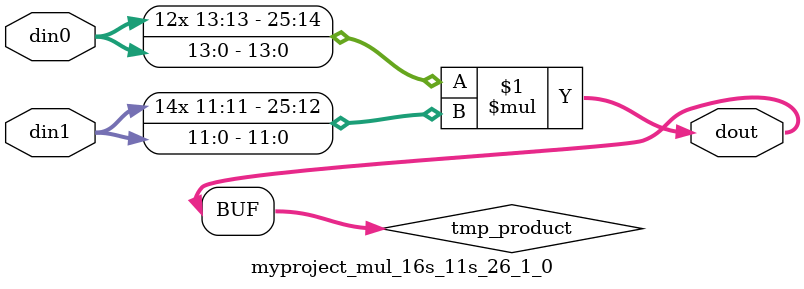
<source format=v>

`timescale 1 ns / 1 ps

  module myproject_mul_16s_11s_26_1_0(din0, din1, dout);
parameter ID = 1;
parameter NUM_STAGE = 0;
parameter din0_WIDTH = 14;
parameter din1_WIDTH = 12;
parameter dout_WIDTH = 26;

input [din0_WIDTH - 1 : 0] din0; 
input [din1_WIDTH - 1 : 0] din1; 
output [dout_WIDTH - 1 : 0] dout;

wire signed [dout_WIDTH - 1 : 0] tmp_product;













assign tmp_product = $signed(din0) * $signed(din1);








assign dout = tmp_product;







endmodule

</source>
